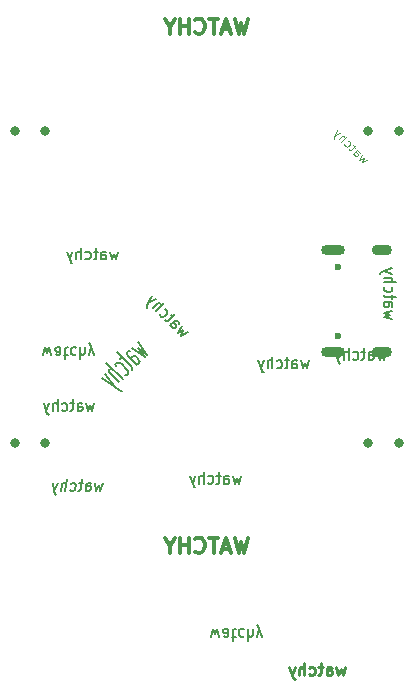
<source format=gbr>
G04 #@! TF.GenerationSoftware,KiCad,Pcbnew,(7.0.0)*
G04 #@! TF.CreationDate,2023-09-20T22:00:44+02:00*
G04 #@! TF.ProjectId,Watchy,57617463-6879-42e6-9b69-6361645f7063,rev?*
G04 #@! TF.SameCoordinates,Original*
G04 #@! TF.FileFunction,Soldermask,Bot*
G04 #@! TF.FilePolarity,Negative*
%FSLAX46Y46*%
G04 Gerber Fmt 4.6, Leading zero omitted, Abs format (unit mm)*
G04 Created by KiCad (PCBNEW (7.0.0)) date 2023-09-20 22:00:44*
%MOMM*%
%LPD*%
G01*
G04 APERTURE LIST*
%ADD10C,0.250000*%
%ADD11C,0.150000*%
%ADD12C,0.100000*%
%ADD13C,0.300000*%
%ADD14C,0.800000*%
%ADD15C,0.600000*%
%ADD16O,2.000000X0.900000*%
%ADD17O,1.700000X0.900000*%
G04 APERTURE END LIST*
D10*
X97315952Y-125321514D02*
X97125476Y-125988180D01*
X97125476Y-125988180D02*
X96935000Y-125511990D01*
X96935000Y-125511990D02*
X96744524Y-125988180D01*
X96744524Y-125988180D02*
X96554048Y-125321514D01*
X95744524Y-125988180D02*
X95744524Y-125464371D01*
X95744524Y-125464371D02*
X95792143Y-125369133D01*
X95792143Y-125369133D02*
X95887381Y-125321514D01*
X95887381Y-125321514D02*
X96077857Y-125321514D01*
X96077857Y-125321514D02*
X96173095Y-125369133D01*
X95744524Y-125940561D02*
X95839762Y-125988180D01*
X95839762Y-125988180D02*
X96077857Y-125988180D01*
X96077857Y-125988180D02*
X96173095Y-125940561D01*
X96173095Y-125940561D02*
X96220714Y-125845323D01*
X96220714Y-125845323D02*
X96220714Y-125750085D01*
X96220714Y-125750085D02*
X96173095Y-125654847D01*
X96173095Y-125654847D02*
X96077857Y-125607228D01*
X96077857Y-125607228D02*
X95839762Y-125607228D01*
X95839762Y-125607228D02*
X95744524Y-125559609D01*
X95411190Y-125321514D02*
X95030238Y-125321514D01*
X95268333Y-124988180D02*
X95268333Y-125845323D01*
X95268333Y-125845323D02*
X95220714Y-125940561D01*
X95220714Y-125940561D02*
X95125476Y-125988180D01*
X95125476Y-125988180D02*
X95030238Y-125988180D01*
X94268333Y-125940561D02*
X94363571Y-125988180D01*
X94363571Y-125988180D02*
X94554047Y-125988180D01*
X94554047Y-125988180D02*
X94649285Y-125940561D01*
X94649285Y-125940561D02*
X94696904Y-125892942D01*
X94696904Y-125892942D02*
X94744523Y-125797704D01*
X94744523Y-125797704D02*
X94744523Y-125511990D01*
X94744523Y-125511990D02*
X94696904Y-125416752D01*
X94696904Y-125416752D02*
X94649285Y-125369133D01*
X94649285Y-125369133D02*
X94554047Y-125321514D01*
X94554047Y-125321514D02*
X94363571Y-125321514D01*
X94363571Y-125321514D02*
X94268333Y-125369133D01*
X93839761Y-125988180D02*
X93839761Y-124988180D01*
X93411190Y-125988180D02*
X93411190Y-125464371D01*
X93411190Y-125464371D02*
X93458809Y-125369133D01*
X93458809Y-125369133D02*
X93554047Y-125321514D01*
X93554047Y-125321514D02*
X93696904Y-125321514D01*
X93696904Y-125321514D02*
X93792142Y-125369133D01*
X93792142Y-125369133D02*
X93839761Y-125416752D01*
X93030237Y-125321514D02*
X92792142Y-125988180D01*
X92554047Y-125321514D02*
X92792142Y-125988180D01*
X92792142Y-125988180D02*
X92887380Y-126226276D01*
X92887380Y-126226276D02*
X92934999Y-126273895D01*
X92934999Y-126273895D02*
X93030237Y-126321514D01*
D11*
X85992142Y-122740085D02*
X86163571Y-122073419D01*
X86163571Y-122073419D02*
X86334999Y-122549609D01*
X86334999Y-122549609D02*
X86506428Y-122073419D01*
X86506428Y-122073419D02*
X86677856Y-122740085D01*
X87406428Y-122073419D02*
X87406428Y-122597228D01*
X87406428Y-122597228D02*
X87363570Y-122692466D01*
X87363570Y-122692466D02*
X87277856Y-122740085D01*
X87277856Y-122740085D02*
X87106428Y-122740085D01*
X87106428Y-122740085D02*
X87020713Y-122692466D01*
X87406428Y-122121038D02*
X87320713Y-122073419D01*
X87320713Y-122073419D02*
X87106428Y-122073419D01*
X87106428Y-122073419D02*
X87020713Y-122121038D01*
X87020713Y-122121038D02*
X86977856Y-122216276D01*
X86977856Y-122216276D02*
X86977856Y-122311514D01*
X86977856Y-122311514D02*
X87020713Y-122406752D01*
X87020713Y-122406752D02*
X87106428Y-122454371D01*
X87106428Y-122454371D02*
X87320713Y-122454371D01*
X87320713Y-122454371D02*
X87406428Y-122501990D01*
X87706428Y-122740085D02*
X88049285Y-122740085D01*
X87834999Y-123073419D02*
X87834999Y-122216276D01*
X87834999Y-122216276D02*
X87877856Y-122121038D01*
X87877856Y-122121038D02*
X87963571Y-122073419D01*
X87963571Y-122073419D02*
X88049285Y-122073419D01*
X88735000Y-122121038D02*
X88649285Y-122073419D01*
X88649285Y-122073419D02*
X88477857Y-122073419D01*
X88477857Y-122073419D02*
X88392142Y-122121038D01*
X88392142Y-122121038D02*
X88349285Y-122168657D01*
X88349285Y-122168657D02*
X88306428Y-122263895D01*
X88306428Y-122263895D02*
X88306428Y-122549609D01*
X88306428Y-122549609D02*
X88349285Y-122644847D01*
X88349285Y-122644847D02*
X88392142Y-122692466D01*
X88392142Y-122692466D02*
X88477857Y-122740085D01*
X88477857Y-122740085D02*
X88649285Y-122740085D01*
X88649285Y-122740085D02*
X88735000Y-122692466D01*
X89120714Y-122073419D02*
X89120714Y-123073419D01*
X89506429Y-122073419D02*
X89506429Y-122597228D01*
X89506429Y-122597228D02*
X89463571Y-122692466D01*
X89463571Y-122692466D02*
X89377857Y-122740085D01*
X89377857Y-122740085D02*
X89249286Y-122740085D01*
X89249286Y-122740085D02*
X89163571Y-122692466D01*
X89163571Y-122692466D02*
X89120714Y-122644847D01*
X89849286Y-122740085D02*
X90063572Y-122073419D01*
X90277857Y-122740085D02*
X90063572Y-122073419D01*
X90063572Y-122073419D02*
X89977857Y-121835323D01*
X89977857Y-121835323D02*
X89935000Y-121787704D01*
X89935000Y-121787704D02*
X89849286Y-121740085D01*
X94262857Y-99360714D02*
X94091429Y-100027380D01*
X94091429Y-100027380D02*
X93920000Y-99551190D01*
X93920000Y-99551190D02*
X93748571Y-100027380D01*
X93748571Y-100027380D02*
X93577143Y-99360714D01*
X92848572Y-100027380D02*
X92848572Y-99503571D01*
X92848572Y-99503571D02*
X92891429Y-99408333D01*
X92891429Y-99408333D02*
X92977143Y-99360714D01*
X92977143Y-99360714D02*
X93148572Y-99360714D01*
X93148572Y-99360714D02*
X93234286Y-99408333D01*
X92848572Y-99979761D02*
X92934286Y-100027380D01*
X92934286Y-100027380D02*
X93148572Y-100027380D01*
X93148572Y-100027380D02*
X93234286Y-99979761D01*
X93234286Y-99979761D02*
X93277143Y-99884523D01*
X93277143Y-99884523D02*
X93277143Y-99789285D01*
X93277143Y-99789285D02*
X93234286Y-99694047D01*
X93234286Y-99694047D02*
X93148572Y-99646428D01*
X93148572Y-99646428D02*
X92934286Y-99646428D01*
X92934286Y-99646428D02*
X92848572Y-99598809D01*
X92548571Y-99360714D02*
X92205714Y-99360714D01*
X92420000Y-99027380D02*
X92420000Y-99884523D01*
X92420000Y-99884523D02*
X92377143Y-99979761D01*
X92377143Y-99979761D02*
X92291428Y-100027380D01*
X92291428Y-100027380D02*
X92205714Y-100027380D01*
X91520000Y-99979761D02*
X91605714Y-100027380D01*
X91605714Y-100027380D02*
X91777142Y-100027380D01*
X91777142Y-100027380D02*
X91862857Y-99979761D01*
X91862857Y-99979761D02*
X91905714Y-99932142D01*
X91905714Y-99932142D02*
X91948571Y-99836904D01*
X91948571Y-99836904D02*
X91948571Y-99551190D01*
X91948571Y-99551190D02*
X91905714Y-99455952D01*
X91905714Y-99455952D02*
X91862857Y-99408333D01*
X91862857Y-99408333D02*
X91777142Y-99360714D01*
X91777142Y-99360714D02*
X91605714Y-99360714D01*
X91605714Y-99360714D02*
X91520000Y-99408333D01*
X91134285Y-100027380D02*
X91134285Y-99027380D01*
X90748571Y-100027380D02*
X90748571Y-99503571D01*
X90748571Y-99503571D02*
X90791428Y-99408333D01*
X90791428Y-99408333D02*
X90877142Y-99360714D01*
X90877142Y-99360714D02*
X91005713Y-99360714D01*
X91005713Y-99360714D02*
X91091428Y-99408333D01*
X91091428Y-99408333D02*
X91134285Y-99455952D01*
X90405713Y-99360714D02*
X90191427Y-100027380D01*
X89977142Y-99360714D02*
X90191427Y-100027380D01*
X90191427Y-100027380D02*
X90277142Y-100265476D01*
X90277142Y-100265476D02*
X90319999Y-100313095D01*
X90319999Y-100313095D02*
X90405713Y-100360714D01*
X100742857Y-98630714D02*
X100571429Y-99297380D01*
X100571429Y-99297380D02*
X100400000Y-98821190D01*
X100400000Y-98821190D02*
X100228571Y-99297380D01*
X100228571Y-99297380D02*
X100057143Y-98630714D01*
X99328572Y-99297380D02*
X99328572Y-98773571D01*
X99328572Y-98773571D02*
X99371429Y-98678333D01*
X99371429Y-98678333D02*
X99457143Y-98630714D01*
X99457143Y-98630714D02*
X99628572Y-98630714D01*
X99628572Y-98630714D02*
X99714286Y-98678333D01*
X99328572Y-99249761D02*
X99414286Y-99297380D01*
X99414286Y-99297380D02*
X99628572Y-99297380D01*
X99628572Y-99297380D02*
X99714286Y-99249761D01*
X99714286Y-99249761D02*
X99757143Y-99154523D01*
X99757143Y-99154523D02*
X99757143Y-99059285D01*
X99757143Y-99059285D02*
X99714286Y-98964047D01*
X99714286Y-98964047D02*
X99628572Y-98916428D01*
X99628572Y-98916428D02*
X99414286Y-98916428D01*
X99414286Y-98916428D02*
X99328572Y-98868809D01*
X99028571Y-98630714D02*
X98685714Y-98630714D01*
X98900000Y-98297380D02*
X98900000Y-99154523D01*
X98900000Y-99154523D02*
X98857143Y-99249761D01*
X98857143Y-99249761D02*
X98771428Y-99297380D01*
X98771428Y-99297380D02*
X98685714Y-99297380D01*
X98000000Y-99249761D02*
X98085714Y-99297380D01*
X98085714Y-99297380D02*
X98257142Y-99297380D01*
X98257142Y-99297380D02*
X98342857Y-99249761D01*
X98342857Y-99249761D02*
X98385714Y-99202142D01*
X98385714Y-99202142D02*
X98428571Y-99106904D01*
X98428571Y-99106904D02*
X98428571Y-98821190D01*
X98428571Y-98821190D02*
X98385714Y-98725952D01*
X98385714Y-98725952D02*
X98342857Y-98678333D01*
X98342857Y-98678333D02*
X98257142Y-98630714D01*
X98257142Y-98630714D02*
X98085714Y-98630714D01*
X98085714Y-98630714D02*
X98000000Y-98678333D01*
X97614285Y-99297380D02*
X97614285Y-98297380D01*
X97228571Y-99297380D02*
X97228571Y-98773571D01*
X97228571Y-98773571D02*
X97271428Y-98678333D01*
X97271428Y-98678333D02*
X97357142Y-98630714D01*
X97357142Y-98630714D02*
X97485713Y-98630714D01*
X97485713Y-98630714D02*
X97571428Y-98678333D01*
X97571428Y-98678333D02*
X97614285Y-98725952D01*
X96885713Y-98630714D02*
X96671427Y-99297380D01*
X96457142Y-98630714D02*
X96671427Y-99297380D01*
X96671427Y-99297380D02*
X96757142Y-99535476D01*
X96757142Y-99535476D02*
X96799999Y-99583095D01*
X96799999Y-99583095D02*
X96885713Y-99630714D01*
X88482857Y-109110714D02*
X88311429Y-109777380D01*
X88311429Y-109777380D02*
X88140000Y-109301190D01*
X88140000Y-109301190D02*
X87968571Y-109777380D01*
X87968571Y-109777380D02*
X87797143Y-109110714D01*
X87068572Y-109777380D02*
X87068572Y-109253571D01*
X87068572Y-109253571D02*
X87111429Y-109158333D01*
X87111429Y-109158333D02*
X87197143Y-109110714D01*
X87197143Y-109110714D02*
X87368572Y-109110714D01*
X87368572Y-109110714D02*
X87454286Y-109158333D01*
X87068572Y-109729761D02*
X87154286Y-109777380D01*
X87154286Y-109777380D02*
X87368572Y-109777380D01*
X87368572Y-109777380D02*
X87454286Y-109729761D01*
X87454286Y-109729761D02*
X87497143Y-109634523D01*
X87497143Y-109634523D02*
X87497143Y-109539285D01*
X87497143Y-109539285D02*
X87454286Y-109444047D01*
X87454286Y-109444047D02*
X87368572Y-109396428D01*
X87368572Y-109396428D02*
X87154286Y-109396428D01*
X87154286Y-109396428D02*
X87068572Y-109348809D01*
X86768571Y-109110714D02*
X86425714Y-109110714D01*
X86640000Y-108777380D02*
X86640000Y-109634523D01*
X86640000Y-109634523D02*
X86597143Y-109729761D01*
X86597143Y-109729761D02*
X86511428Y-109777380D01*
X86511428Y-109777380D02*
X86425714Y-109777380D01*
X85740000Y-109729761D02*
X85825714Y-109777380D01*
X85825714Y-109777380D02*
X85997142Y-109777380D01*
X85997142Y-109777380D02*
X86082857Y-109729761D01*
X86082857Y-109729761D02*
X86125714Y-109682142D01*
X86125714Y-109682142D02*
X86168571Y-109586904D01*
X86168571Y-109586904D02*
X86168571Y-109301190D01*
X86168571Y-109301190D02*
X86125714Y-109205952D01*
X86125714Y-109205952D02*
X86082857Y-109158333D01*
X86082857Y-109158333D02*
X85997142Y-109110714D01*
X85997142Y-109110714D02*
X85825714Y-109110714D01*
X85825714Y-109110714D02*
X85740000Y-109158333D01*
X85354285Y-109777380D02*
X85354285Y-108777380D01*
X84968571Y-109777380D02*
X84968571Y-109253571D01*
X84968571Y-109253571D02*
X85011428Y-109158333D01*
X85011428Y-109158333D02*
X85097142Y-109110714D01*
X85097142Y-109110714D02*
X85225713Y-109110714D01*
X85225713Y-109110714D02*
X85311428Y-109158333D01*
X85311428Y-109158333D02*
X85354285Y-109205952D01*
X84625713Y-109110714D02*
X84411427Y-109777380D01*
X84197142Y-109110714D02*
X84411427Y-109777380D01*
X84411427Y-109777380D02*
X84497142Y-110015476D01*
X84497142Y-110015476D02*
X84539999Y-110063095D01*
X84539999Y-110063095D02*
X84625713Y-110110714D01*
X76850000Y-109740714D02*
X76595238Y-110407380D01*
X76595238Y-110407380D02*
X76483333Y-109931190D01*
X76483333Y-109931190D02*
X76252381Y-110407380D01*
X76252381Y-110407380D02*
X76164286Y-109740714D01*
X75352381Y-110407380D02*
X75417857Y-109883571D01*
X75417857Y-109883571D02*
X75472619Y-109788333D01*
X75472619Y-109788333D02*
X75564286Y-109740714D01*
X75564286Y-109740714D02*
X75735714Y-109740714D01*
X75735714Y-109740714D02*
X75815476Y-109788333D01*
X75358333Y-110359761D02*
X75438095Y-110407380D01*
X75438095Y-110407380D02*
X75652381Y-110407380D01*
X75652381Y-110407380D02*
X75744048Y-110359761D01*
X75744048Y-110359761D02*
X75798809Y-110264523D01*
X75798809Y-110264523D02*
X75810714Y-110169285D01*
X75810714Y-110169285D02*
X75779762Y-110074047D01*
X75779762Y-110074047D02*
X75700000Y-110026428D01*
X75700000Y-110026428D02*
X75485714Y-110026428D01*
X75485714Y-110026428D02*
X75405952Y-109978809D01*
X75135714Y-109740714D02*
X74792857Y-109740714D01*
X75048809Y-109407380D02*
X74941666Y-110264523D01*
X74941666Y-110264523D02*
X74886904Y-110359761D01*
X74886904Y-110359761D02*
X74795238Y-110407380D01*
X74795238Y-110407380D02*
X74709523Y-110407380D01*
X74029761Y-110359761D02*
X74109523Y-110407380D01*
X74109523Y-110407380D02*
X74280952Y-110407380D01*
X74280952Y-110407380D02*
X74372618Y-110359761D01*
X74372618Y-110359761D02*
X74421428Y-110312142D01*
X74421428Y-110312142D02*
X74476190Y-110216904D01*
X74476190Y-110216904D02*
X74511904Y-109931190D01*
X74511904Y-109931190D02*
X74480952Y-109835952D01*
X74480952Y-109835952D02*
X74444047Y-109788333D01*
X74444047Y-109788333D02*
X74364285Y-109740714D01*
X74364285Y-109740714D02*
X74192857Y-109740714D01*
X74192857Y-109740714D02*
X74101190Y-109788333D01*
X73638094Y-110407380D02*
X73763094Y-109407380D01*
X73252380Y-110407380D02*
X73317856Y-109883571D01*
X73317856Y-109883571D02*
X73372618Y-109788333D01*
X73372618Y-109788333D02*
X73464285Y-109740714D01*
X73464285Y-109740714D02*
X73592856Y-109740714D01*
X73592856Y-109740714D02*
X73672618Y-109788333D01*
X73672618Y-109788333D02*
X73709523Y-109835952D01*
X72992856Y-109740714D02*
X72695237Y-110407380D01*
X72564284Y-109740714D02*
X72695237Y-110407380D01*
X72695237Y-110407380D02*
X72751189Y-110645476D01*
X72751189Y-110645476D02*
X72788094Y-110693095D01*
X72788094Y-110693095D02*
X72867856Y-110740714D01*
X76092857Y-102970714D02*
X75921429Y-103637380D01*
X75921429Y-103637380D02*
X75750000Y-103161190D01*
X75750000Y-103161190D02*
X75578571Y-103637380D01*
X75578571Y-103637380D02*
X75407143Y-102970714D01*
X74678572Y-103637380D02*
X74678572Y-103113571D01*
X74678572Y-103113571D02*
X74721429Y-103018333D01*
X74721429Y-103018333D02*
X74807143Y-102970714D01*
X74807143Y-102970714D02*
X74978572Y-102970714D01*
X74978572Y-102970714D02*
X75064286Y-103018333D01*
X74678572Y-103589761D02*
X74764286Y-103637380D01*
X74764286Y-103637380D02*
X74978572Y-103637380D01*
X74978572Y-103637380D02*
X75064286Y-103589761D01*
X75064286Y-103589761D02*
X75107143Y-103494523D01*
X75107143Y-103494523D02*
X75107143Y-103399285D01*
X75107143Y-103399285D02*
X75064286Y-103304047D01*
X75064286Y-103304047D02*
X74978572Y-103256428D01*
X74978572Y-103256428D02*
X74764286Y-103256428D01*
X74764286Y-103256428D02*
X74678572Y-103208809D01*
X74378571Y-102970714D02*
X74035714Y-102970714D01*
X74250000Y-102637380D02*
X74250000Y-103494523D01*
X74250000Y-103494523D02*
X74207143Y-103589761D01*
X74207143Y-103589761D02*
X74121428Y-103637380D01*
X74121428Y-103637380D02*
X74035714Y-103637380D01*
X73350000Y-103589761D02*
X73435714Y-103637380D01*
X73435714Y-103637380D02*
X73607142Y-103637380D01*
X73607142Y-103637380D02*
X73692857Y-103589761D01*
X73692857Y-103589761D02*
X73735714Y-103542142D01*
X73735714Y-103542142D02*
X73778571Y-103446904D01*
X73778571Y-103446904D02*
X73778571Y-103161190D01*
X73778571Y-103161190D02*
X73735714Y-103065952D01*
X73735714Y-103065952D02*
X73692857Y-103018333D01*
X73692857Y-103018333D02*
X73607142Y-102970714D01*
X73607142Y-102970714D02*
X73435714Y-102970714D01*
X73435714Y-102970714D02*
X73350000Y-103018333D01*
X72964285Y-103637380D02*
X72964285Y-102637380D01*
X72578571Y-103637380D02*
X72578571Y-103113571D01*
X72578571Y-103113571D02*
X72621428Y-103018333D01*
X72621428Y-103018333D02*
X72707142Y-102970714D01*
X72707142Y-102970714D02*
X72835713Y-102970714D01*
X72835713Y-102970714D02*
X72921428Y-103018333D01*
X72921428Y-103018333D02*
X72964285Y-103065952D01*
X72235713Y-102970714D02*
X72021427Y-103637380D01*
X71807142Y-102970714D02*
X72021427Y-103637380D01*
X72021427Y-103637380D02*
X72107142Y-103875476D01*
X72107142Y-103875476D02*
X72149999Y-103923095D01*
X72149999Y-103923095D02*
X72235713Y-103970714D01*
X79751975Y-97791516D02*
X80573565Y-98855544D01*
X80573565Y-98855544D02*
X79778912Y-98303327D01*
X79778912Y-98303327D02*
X80331129Y-99097980D01*
X80331129Y-99097980D02*
X79267101Y-98276390D01*
X79694733Y-99734376D02*
X78953954Y-98993598D01*
X78953954Y-98993598D02*
X78849572Y-98828606D01*
X78849572Y-98828606D02*
X78842838Y-98700654D01*
X78842838Y-98700654D02*
X78964056Y-98579435D01*
X78964056Y-98579435D02*
X79092008Y-98586170D01*
X79627389Y-99667033D02*
X79755342Y-99673767D01*
X79755342Y-99673767D02*
X79906865Y-99522244D01*
X79906865Y-99522244D02*
X79900131Y-99394292D01*
X79900131Y-99394292D02*
X79795748Y-99229300D01*
X79795748Y-99229300D02*
X79661061Y-99094613D01*
X79661061Y-99094613D02*
X79496069Y-98990231D01*
X79496069Y-98990231D02*
X79368117Y-98983496D01*
X79368117Y-98983496D02*
X79216594Y-99135019D01*
X79216594Y-99135019D02*
X79088641Y-99128285D01*
X78539792Y-99003700D02*
X78297355Y-99246136D01*
X77977473Y-98623209D02*
X79189656Y-99835392D01*
X79189656Y-99835392D02*
X79294039Y-100000383D01*
X79294039Y-100000383D02*
X79300773Y-100128336D01*
X79300773Y-100128336D02*
X79240164Y-100188945D01*
X78687947Y-100606475D02*
X78815900Y-100613210D01*
X78815900Y-100613210D02*
X78937118Y-100491991D01*
X78937118Y-100491991D02*
X78930384Y-100364039D01*
X78930384Y-100364039D02*
X78893345Y-100266391D01*
X78893345Y-100266391D02*
X78788962Y-100101399D01*
X78788962Y-100101399D02*
X78384901Y-99697338D01*
X78384901Y-99697338D02*
X78219910Y-99592955D01*
X78219910Y-99592955D02*
X78122262Y-99555917D01*
X78122262Y-99555917D02*
X77994309Y-99549182D01*
X77994309Y-99549182D02*
X77873091Y-99670400D01*
X77873091Y-99670400D02*
X77879825Y-99798353D01*
X78482549Y-100946560D02*
X77068336Y-99532347D01*
X78209808Y-101219301D02*
X77469029Y-100478523D01*
X77469029Y-100478523D02*
X77364647Y-100313531D01*
X77364647Y-100313531D02*
X77357913Y-100185579D01*
X77357913Y-100185579D02*
X77448826Y-100094665D01*
X77448826Y-100094665D02*
X77576779Y-100101399D01*
X77576779Y-100101399D02*
X77674427Y-100138438D01*
X77024562Y-100518929D02*
X77815848Y-101613261D01*
X76721516Y-100821975D02*
X77815848Y-101613261D01*
X77815848Y-101613261D02*
X78213175Y-101889369D01*
X78213175Y-101889369D02*
X78310823Y-101926408D01*
X78310823Y-101926408D02*
X78438776Y-101933143D01*
X71767142Y-98889285D02*
X71938571Y-98222619D01*
X71938571Y-98222619D02*
X72109999Y-98698809D01*
X72109999Y-98698809D02*
X72281428Y-98222619D01*
X72281428Y-98222619D02*
X72452856Y-98889285D01*
X73181428Y-98222619D02*
X73181428Y-98746428D01*
X73181428Y-98746428D02*
X73138570Y-98841666D01*
X73138570Y-98841666D02*
X73052856Y-98889285D01*
X73052856Y-98889285D02*
X72881428Y-98889285D01*
X72881428Y-98889285D02*
X72795713Y-98841666D01*
X73181428Y-98270238D02*
X73095713Y-98222619D01*
X73095713Y-98222619D02*
X72881428Y-98222619D01*
X72881428Y-98222619D02*
X72795713Y-98270238D01*
X72795713Y-98270238D02*
X72752856Y-98365476D01*
X72752856Y-98365476D02*
X72752856Y-98460714D01*
X72752856Y-98460714D02*
X72795713Y-98555952D01*
X72795713Y-98555952D02*
X72881428Y-98603571D01*
X72881428Y-98603571D02*
X73095713Y-98603571D01*
X73095713Y-98603571D02*
X73181428Y-98651190D01*
X73481428Y-98889285D02*
X73824285Y-98889285D01*
X73609999Y-99222619D02*
X73609999Y-98365476D01*
X73609999Y-98365476D02*
X73652856Y-98270238D01*
X73652856Y-98270238D02*
X73738571Y-98222619D01*
X73738571Y-98222619D02*
X73824285Y-98222619D01*
X74510000Y-98270238D02*
X74424285Y-98222619D01*
X74424285Y-98222619D02*
X74252857Y-98222619D01*
X74252857Y-98222619D02*
X74167142Y-98270238D01*
X74167142Y-98270238D02*
X74124285Y-98317857D01*
X74124285Y-98317857D02*
X74081428Y-98413095D01*
X74081428Y-98413095D02*
X74081428Y-98698809D01*
X74081428Y-98698809D02*
X74124285Y-98794047D01*
X74124285Y-98794047D02*
X74167142Y-98841666D01*
X74167142Y-98841666D02*
X74252857Y-98889285D01*
X74252857Y-98889285D02*
X74424285Y-98889285D01*
X74424285Y-98889285D02*
X74510000Y-98841666D01*
X74895714Y-98222619D02*
X74895714Y-99222619D01*
X75281429Y-98222619D02*
X75281429Y-98746428D01*
X75281429Y-98746428D02*
X75238571Y-98841666D01*
X75238571Y-98841666D02*
X75152857Y-98889285D01*
X75152857Y-98889285D02*
X75024286Y-98889285D01*
X75024286Y-98889285D02*
X74938571Y-98841666D01*
X74938571Y-98841666D02*
X74895714Y-98794047D01*
X75624286Y-98889285D02*
X75838572Y-98222619D01*
X76052857Y-98889285D02*
X75838572Y-98222619D01*
X75838572Y-98222619D02*
X75752857Y-97984523D01*
X75752857Y-97984523D02*
X75710000Y-97936904D01*
X75710000Y-97936904D02*
X75624286Y-97889285D01*
X78072857Y-90140714D02*
X77901429Y-90807380D01*
X77901429Y-90807380D02*
X77730000Y-90331190D01*
X77730000Y-90331190D02*
X77558571Y-90807380D01*
X77558571Y-90807380D02*
X77387143Y-90140714D01*
X76658572Y-90807380D02*
X76658572Y-90283571D01*
X76658572Y-90283571D02*
X76701429Y-90188333D01*
X76701429Y-90188333D02*
X76787143Y-90140714D01*
X76787143Y-90140714D02*
X76958572Y-90140714D01*
X76958572Y-90140714D02*
X77044286Y-90188333D01*
X76658572Y-90759761D02*
X76744286Y-90807380D01*
X76744286Y-90807380D02*
X76958572Y-90807380D01*
X76958572Y-90807380D02*
X77044286Y-90759761D01*
X77044286Y-90759761D02*
X77087143Y-90664523D01*
X77087143Y-90664523D02*
X77087143Y-90569285D01*
X77087143Y-90569285D02*
X77044286Y-90474047D01*
X77044286Y-90474047D02*
X76958572Y-90426428D01*
X76958572Y-90426428D02*
X76744286Y-90426428D01*
X76744286Y-90426428D02*
X76658572Y-90378809D01*
X76358571Y-90140714D02*
X76015714Y-90140714D01*
X76230000Y-89807380D02*
X76230000Y-90664523D01*
X76230000Y-90664523D02*
X76187143Y-90759761D01*
X76187143Y-90759761D02*
X76101428Y-90807380D01*
X76101428Y-90807380D02*
X76015714Y-90807380D01*
X75330000Y-90759761D02*
X75415714Y-90807380D01*
X75415714Y-90807380D02*
X75587142Y-90807380D01*
X75587142Y-90807380D02*
X75672857Y-90759761D01*
X75672857Y-90759761D02*
X75715714Y-90712142D01*
X75715714Y-90712142D02*
X75758571Y-90616904D01*
X75758571Y-90616904D02*
X75758571Y-90331190D01*
X75758571Y-90331190D02*
X75715714Y-90235952D01*
X75715714Y-90235952D02*
X75672857Y-90188333D01*
X75672857Y-90188333D02*
X75587142Y-90140714D01*
X75587142Y-90140714D02*
X75415714Y-90140714D01*
X75415714Y-90140714D02*
X75330000Y-90188333D01*
X74944285Y-90807380D02*
X74944285Y-89807380D01*
X74558571Y-90807380D02*
X74558571Y-90283571D01*
X74558571Y-90283571D02*
X74601428Y-90188333D01*
X74601428Y-90188333D02*
X74687142Y-90140714D01*
X74687142Y-90140714D02*
X74815713Y-90140714D01*
X74815713Y-90140714D02*
X74901428Y-90188333D01*
X74901428Y-90188333D02*
X74944285Y-90235952D01*
X74215713Y-90140714D02*
X74001427Y-90807380D01*
X73787142Y-90140714D02*
X74001427Y-90807380D01*
X74001427Y-90807380D02*
X74087142Y-91045476D01*
X74087142Y-91045476D02*
X74129999Y-91093095D01*
X74129999Y-91093095D02*
X74215713Y-91140714D01*
X83996856Y-96923602D02*
X83404233Y-97273788D01*
X83404233Y-97273788D02*
X83619732Y-96815852D01*
X83619732Y-96815852D02*
X83161796Y-97031351D01*
X83161796Y-97031351D02*
X83511982Y-96438728D01*
X82525400Y-96394955D02*
X82895789Y-96024566D01*
X82895789Y-96024566D02*
X82993437Y-95987527D01*
X82993437Y-95987527D02*
X83087718Y-96014464D01*
X83087718Y-96014464D02*
X83208937Y-96135683D01*
X83208937Y-96135683D02*
X83235874Y-96229964D01*
X82559072Y-96361284D02*
X82586009Y-96455564D01*
X82586009Y-96455564D02*
X82737532Y-96607087D01*
X82737532Y-96607087D02*
X82831813Y-96634025D01*
X82831813Y-96634025D02*
X82929461Y-96596986D01*
X82929461Y-96596986D02*
X82996805Y-96529642D01*
X82996805Y-96529642D02*
X83033844Y-96431994D01*
X83033844Y-96431994D02*
X83006906Y-96337713D01*
X83006906Y-96337713D02*
X82855383Y-96186190D01*
X82855383Y-96186190D02*
X82828446Y-96091910D01*
X82784672Y-95711419D02*
X82542236Y-95468982D01*
X82929461Y-95384803D02*
X82323369Y-95990894D01*
X82323369Y-95990894D02*
X82225721Y-96027933D01*
X82225721Y-96027933D02*
X82131440Y-96000996D01*
X82131440Y-96000996D02*
X82070831Y-95940386D01*
X81619630Y-95421841D02*
X81646567Y-95516122D01*
X81646567Y-95516122D02*
X81767785Y-95637340D01*
X81767785Y-95637340D02*
X81862066Y-95664278D01*
X81862066Y-95664278D02*
X81926043Y-95660911D01*
X81926043Y-95660911D02*
X82023691Y-95623872D01*
X82023691Y-95623872D02*
X82225721Y-95421841D01*
X82225721Y-95421841D02*
X82262760Y-95324193D01*
X82262760Y-95324193D02*
X82266127Y-95260217D01*
X82266127Y-95260217D02*
X82239190Y-95165936D01*
X82239190Y-95165936D02*
X82117972Y-95044718D01*
X82117972Y-95044718D02*
X82023691Y-95017780D01*
X81313216Y-95182772D02*
X82020323Y-94475665D01*
X81040475Y-94910030D02*
X81410864Y-94539641D01*
X81410864Y-94539641D02*
X81508513Y-94502602D01*
X81508513Y-94502602D02*
X81602793Y-94529540D01*
X81602793Y-94529540D02*
X81693707Y-94620453D01*
X81693707Y-94620453D02*
X81720645Y-94714734D01*
X81720645Y-94714734D02*
X81717277Y-94778710D01*
X81269443Y-94196189D02*
X80646515Y-94516071D01*
X80966397Y-93893143D02*
X80646515Y-94516071D01*
X80646515Y-94516071D02*
X80538766Y-94745039D01*
X80538766Y-94745039D02*
X80535399Y-94809015D01*
X80535399Y-94809015D02*
X80562336Y-94903296D01*
D12*
X99181410Y-82343969D02*
X98726841Y-82596507D01*
X98726841Y-82596507D02*
X98878364Y-82242954D01*
X98878364Y-82242954D02*
X98524810Y-82394477D01*
X98524810Y-82394477D02*
X98777349Y-81939908D01*
X97994481Y-81864147D02*
X98272273Y-81586355D01*
X98272273Y-81586355D02*
X98348034Y-81561101D01*
X98348034Y-81561101D02*
X98423795Y-81586355D01*
X98423795Y-81586355D02*
X98524811Y-81687370D01*
X98524811Y-81687370D02*
X98550064Y-81763132D01*
X98019734Y-81838893D02*
X98044988Y-81914655D01*
X98044988Y-81914655D02*
X98171257Y-82040924D01*
X98171257Y-82040924D02*
X98247019Y-82066177D01*
X98247019Y-82066177D02*
X98322780Y-82040924D01*
X98322780Y-82040924D02*
X98373288Y-81990416D01*
X98373288Y-81990416D02*
X98398542Y-81914655D01*
X98398542Y-81914655D02*
X98373288Y-81838893D01*
X98373288Y-81838893D02*
X98247019Y-81712624D01*
X98247019Y-81712624D02*
X98221765Y-81636863D01*
X98171258Y-81333817D02*
X97969227Y-81131787D01*
X98272273Y-81081279D02*
X97817704Y-81535848D01*
X97817704Y-81535848D02*
X97741943Y-81561101D01*
X97741943Y-81561101D02*
X97666181Y-81535848D01*
X97666181Y-81535848D02*
X97615674Y-81485340D01*
X97236867Y-81056025D02*
X97262121Y-81131787D01*
X97262121Y-81131787D02*
X97363136Y-81232802D01*
X97363136Y-81232802D02*
X97438897Y-81258056D01*
X97438897Y-81258056D02*
X97489405Y-81258056D01*
X97489405Y-81258056D02*
X97565166Y-81232802D01*
X97565166Y-81232802D02*
X97716689Y-81081279D01*
X97716689Y-81081279D02*
X97741943Y-81005518D01*
X97741943Y-81005518D02*
X97741943Y-80955010D01*
X97741943Y-80955010D02*
X97716689Y-80879249D01*
X97716689Y-80879249D02*
X97615674Y-80778234D01*
X97615674Y-80778234D02*
X97539913Y-80752980D01*
X96984329Y-80853995D02*
X97514659Y-80323665D01*
X96757044Y-80626711D02*
X97034836Y-80348919D01*
X97034836Y-80348919D02*
X97110598Y-80323665D01*
X97110598Y-80323665D02*
X97186359Y-80348919D01*
X97186359Y-80348919D02*
X97262121Y-80424680D01*
X97262121Y-80424680D02*
X97287374Y-80500442D01*
X97287374Y-80500442D02*
X97287374Y-80550949D01*
X96908568Y-80071127D02*
X96428745Y-80298411D01*
X96656029Y-79818589D02*
X96428745Y-80298411D01*
X96428745Y-80298411D02*
X96352984Y-80475188D01*
X96352984Y-80475188D02*
X96352984Y-80525696D01*
X96352984Y-80525696D02*
X96378237Y-80601457D01*
D11*
X101309285Y-95852857D02*
X100642619Y-95681429D01*
X100642619Y-95681429D02*
X101118809Y-95510000D01*
X101118809Y-95510000D02*
X100642619Y-95338571D01*
X100642619Y-95338571D02*
X101309285Y-95167143D01*
X100642619Y-94438572D02*
X101166428Y-94438572D01*
X101166428Y-94438572D02*
X101261666Y-94481429D01*
X101261666Y-94481429D02*
X101309285Y-94567143D01*
X101309285Y-94567143D02*
X101309285Y-94738572D01*
X101309285Y-94738572D02*
X101261666Y-94824286D01*
X100690238Y-94438572D02*
X100642619Y-94524286D01*
X100642619Y-94524286D02*
X100642619Y-94738572D01*
X100642619Y-94738572D02*
X100690238Y-94824286D01*
X100690238Y-94824286D02*
X100785476Y-94867143D01*
X100785476Y-94867143D02*
X100880714Y-94867143D01*
X100880714Y-94867143D02*
X100975952Y-94824286D01*
X100975952Y-94824286D02*
X101023571Y-94738572D01*
X101023571Y-94738572D02*
X101023571Y-94524286D01*
X101023571Y-94524286D02*
X101071190Y-94438572D01*
X101309285Y-94138571D02*
X101309285Y-93795714D01*
X101642619Y-94010000D02*
X100785476Y-94010000D01*
X100785476Y-94010000D02*
X100690238Y-93967143D01*
X100690238Y-93967143D02*
X100642619Y-93881428D01*
X100642619Y-93881428D02*
X100642619Y-93795714D01*
X100690238Y-93110000D02*
X100642619Y-93195714D01*
X100642619Y-93195714D02*
X100642619Y-93367142D01*
X100642619Y-93367142D02*
X100690238Y-93452857D01*
X100690238Y-93452857D02*
X100737857Y-93495714D01*
X100737857Y-93495714D02*
X100833095Y-93538571D01*
X100833095Y-93538571D02*
X101118809Y-93538571D01*
X101118809Y-93538571D02*
X101214047Y-93495714D01*
X101214047Y-93495714D02*
X101261666Y-93452857D01*
X101261666Y-93452857D02*
X101309285Y-93367142D01*
X101309285Y-93367142D02*
X101309285Y-93195714D01*
X101309285Y-93195714D02*
X101261666Y-93110000D01*
X100642619Y-92724285D02*
X101642619Y-92724285D01*
X100642619Y-92338571D02*
X101166428Y-92338571D01*
X101166428Y-92338571D02*
X101261666Y-92381428D01*
X101261666Y-92381428D02*
X101309285Y-92467142D01*
X101309285Y-92467142D02*
X101309285Y-92595713D01*
X101309285Y-92595713D02*
X101261666Y-92681428D01*
X101261666Y-92681428D02*
X101214047Y-92724285D01*
X101309285Y-91995713D02*
X100642619Y-91781427D01*
X101309285Y-91567142D02*
X100642619Y-91781427D01*
X100642619Y-91781427D02*
X100404523Y-91867142D01*
X100404523Y-91867142D02*
X100356904Y-91909999D01*
X100356904Y-91909999D02*
X100309285Y-91995713D01*
D13*
X89097618Y-70407595D02*
X88788094Y-71707595D01*
X88788094Y-71707595D02*
X88540475Y-70779023D01*
X88540475Y-70779023D02*
X88292856Y-71707595D01*
X88292856Y-71707595D02*
X87983333Y-70407595D01*
X87549999Y-71336166D02*
X86930952Y-71336166D01*
X87673809Y-71707595D02*
X87240476Y-70407595D01*
X87240476Y-70407595D02*
X86807142Y-71707595D01*
X86559523Y-70407595D02*
X85816666Y-70407595D01*
X86188094Y-71707595D02*
X86188094Y-70407595D01*
X84640476Y-71583785D02*
X84702380Y-71645690D01*
X84702380Y-71645690D02*
X84888095Y-71707595D01*
X84888095Y-71707595D02*
X85011904Y-71707595D01*
X85011904Y-71707595D02*
X85197618Y-71645690D01*
X85197618Y-71645690D02*
X85321428Y-71521880D01*
X85321428Y-71521880D02*
X85383333Y-71398071D01*
X85383333Y-71398071D02*
X85445237Y-71150452D01*
X85445237Y-71150452D02*
X85445237Y-70964738D01*
X85445237Y-70964738D02*
X85383333Y-70717119D01*
X85383333Y-70717119D02*
X85321428Y-70593309D01*
X85321428Y-70593309D02*
X85197618Y-70469500D01*
X85197618Y-70469500D02*
X85011904Y-70407595D01*
X85011904Y-70407595D02*
X84888095Y-70407595D01*
X84888095Y-70407595D02*
X84702380Y-70469500D01*
X84702380Y-70469500D02*
X84640476Y-70531404D01*
X84083333Y-71707595D02*
X84083333Y-70407595D01*
X84083333Y-71026642D02*
X83340476Y-71026642D01*
X83340476Y-71707595D02*
X83340476Y-70407595D01*
X82473809Y-71088547D02*
X82473809Y-71707595D01*
X82907142Y-70407595D02*
X82473809Y-71088547D01*
X82473809Y-71088547D02*
X82040475Y-70407595D01*
X89097618Y-114357595D02*
X88788094Y-115657595D01*
X88788094Y-115657595D02*
X88540475Y-114729023D01*
X88540475Y-114729023D02*
X88292856Y-115657595D01*
X88292856Y-115657595D02*
X87983333Y-114357595D01*
X87549999Y-115286166D02*
X86930952Y-115286166D01*
X87673809Y-115657595D02*
X87240476Y-114357595D01*
X87240476Y-114357595D02*
X86807142Y-115657595D01*
X86559523Y-114357595D02*
X85816666Y-114357595D01*
X86188094Y-115657595D02*
X86188094Y-114357595D01*
X84640476Y-115533785D02*
X84702380Y-115595690D01*
X84702380Y-115595690D02*
X84888095Y-115657595D01*
X84888095Y-115657595D02*
X85011904Y-115657595D01*
X85011904Y-115657595D02*
X85197618Y-115595690D01*
X85197618Y-115595690D02*
X85321428Y-115471880D01*
X85321428Y-115471880D02*
X85383333Y-115348071D01*
X85383333Y-115348071D02*
X85445237Y-115100452D01*
X85445237Y-115100452D02*
X85445237Y-114914738D01*
X85445237Y-114914738D02*
X85383333Y-114667119D01*
X85383333Y-114667119D02*
X85321428Y-114543309D01*
X85321428Y-114543309D02*
X85197618Y-114419500D01*
X85197618Y-114419500D02*
X85011904Y-114357595D01*
X85011904Y-114357595D02*
X84888095Y-114357595D01*
X84888095Y-114357595D02*
X84702380Y-114419500D01*
X84702380Y-114419500D02*
X84640476Y-114481404D01*
X84083333Y-115657595D02*
X84083333Y-114357595D01*
X84083333Y-114976642D02*
X83340476Y-114976642D01*
X83340476Y-115657595D02*
X83340476Y-114357595D01*
X82473809Y-115038547D02*
X82473809Y-115657595D01*
X82907142Y-114357595D02*
X82473809Y-115038547D01*
X82473809Y-115038547D02*
X82040475Y-114357595D01*
D14*
X71930000Y-106330000D03*
X69330000Y-106330000D03*
X99270000Y-106330000D03*
X101870000Y-106330000D03*
X99270000Y-79930000D03*
X101870000Y-79930000D03*
X71930000Y-79930000D03*
X69330000Y-79930000D03*
D15*
X96750000Y-97250000D03*
X96750000Y-91470000D03*
D16*
X96269999Y-98679999D03*
D17*
X100439999Y-98679999D03*
D16*
X96269999Y-90039999D03*
D17*
X100439999Y-90039999D03*
M02*

</source>
